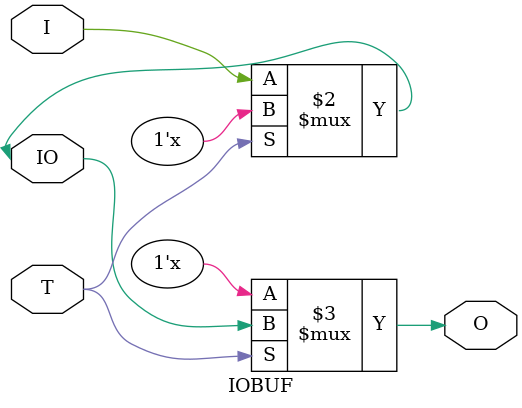
<source format=v>

module IOBUF (
	input T,
	input I,
	output O,
	inout IO
);
	assign IO = ~T ? I : 1'bz;
	assign O =  T ? IO : 1'bz;

endmodule

</source>
